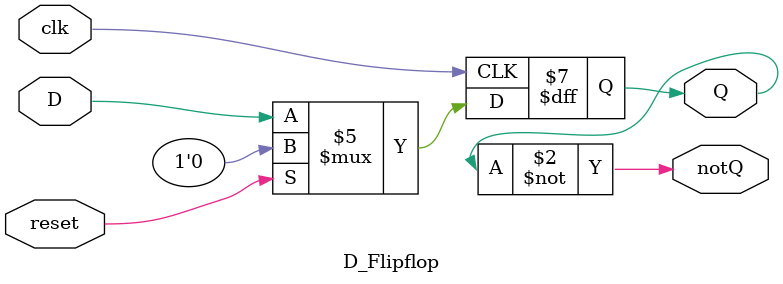
<source format=v>
`timescale 1ns / 1ps


module D_Flipflop(
    input D,
    input clk,
    input reset,
    output reg Q,
    output notQ
    );
    
    initial Q <= 0;
   
    always @(posedge clk) begin
        if(reset) Q <= 0;
        else Q <= D;
    end
    
    assign notQ = ~Q;
    
endmodule






</source>
